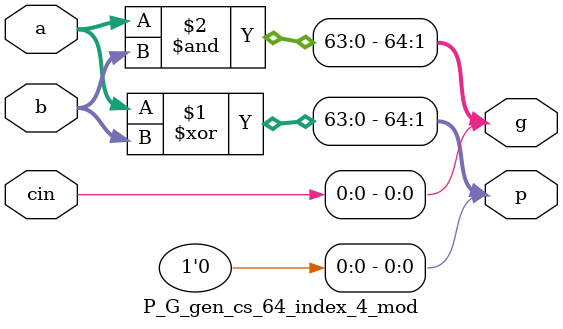
<source format=v>
/* verilator lint_off EOFNEWLINE */
/* verilator lint_off UNUSEDSIGNAL */
/* verilator lint_off UNOPTFLAT */
module CS_Index_4_mod (a,b,cin,sum,cout);

input [64:1] a,b;
input cin;
output [64:1] sum;
output cout;

wire [64:0]p;
wire [64:0]g;

P_G_gen_cs_64_index_4_mod pg_gen_cs_4_mod (a,b,cin,p,g);

//level 1
wire [31:0] gnpg_level1;
wire [31:0] pp_level1;

genvar i;
generate
     for (i = 0;i<32 ;i=i+1 ) begin
        assign gnpg_level1[i]=g[i*2+1]|p[i*2+1]&g[2*i];  // gnpg[0]=g1+p1g0  // 2
        assign pp_level1[i]=p[i*2+1]&p[i*2];              // pp[0]=p1p0
   end
endgenerate

//level 2
wire [15:0] gnpg_level2;
wire [15:0] pp_level2;
generate 
    for (i = 0;i<16 ;i=i+1 ) begin
        assign gnpg_level2[i]=gnpg_level1[i*2+1]|pp_level1[i*2+1]&gnpg_level1[i*2];  // 4 8-4 16-12 32-28 ... 
        assign pp_level2[i]=pp_level1[i*2+1]&pp_level1[i*2];
   end
endgenerate

//level 3
wire [16:1]c4n;

assign sum[1]=cin^p[1];
assign c4n[1]= gnpg_level2[0];
assign sum[4]= c4n[1]^p[4];
assign c4n[2]= gnpg_level2[1]|pp_level2[1]&c4n[1];  // 8
assign sum[8]= c4n[2]^p[8];
assign c4n[3]= gnpg_level2[2]|pp_level2[2]&c4n[2];  // 12
assign sum[12]= c4n[3]^p[12];
assign c4n[4]= gnpg_level2[3]|pp_level2[3]&c4n[3];  // 16
assign sum[16]= c4n[4]^p[16];
assign c4n[5]= gnpg_level2[4]|pp_level2[4]&c4n[4];  // 20
assign sum[20]= c4n[5]^p[20];
assign c4n[6]= gnpg_level2[5]|pp_level2[5]&c4n[5];  // 24
assign sum[24]= c4n[6]^p[24];
assign c4n[7]= gnpg_level2[6]|pp_level2[6]&c4n[6];  // 28
assign sum[28]= c4n[7]^p[28];
assign c4n[8]= gnpg_level2[7]|pp_level2[7]&c4n[7];  // 32
assign sum[32]= c4n[8]^p[32];
assign c4n[9]= gnpg_level2[8]|pp_level2[8]&c4n[8];  // 36
assign sum[36]= c4n[9]^p[36];
assign c4n[10]= gnpg_level2[9]|pp_level2[9]&c4n[9];  // 40
assign sum[40]= c4n[10]^p[40];
assign c4n[11]= gnpg_level2[10]|pp_level2[10]&c4n[10];  // 44
assign sum[44]= c4n[11]^p[44];
assign c4n[12]= gnpg_level2[11]|pp_level2[11]&c4n[11];  // 48
assign sum[48]= c4n[12]^p[48];
assign c4n[13]= gnpg_level2[12]|pp_level2[12]&c4n[12];  // 52
assign sum[52]= c4n[13]^p[52];
assign c4n[14]= gnpg_level2[13]|pp_level2[13]&c4n[13];  // 56
assign sum[56]= c4n[14]^p[56];
assign c4n[15]= gnpg_level2[14]|pp_level2[14]&c4n[14];  // 60
assign sum[60]= c4n[15]^p[60];
assign c4n[16]= gnpg_level2[15]|pp_level2[15]&c4n[15];  // 64
assign sum[64]= c4n[16]^p[64];

assign cout=g[64]|p[64]&c4n[16];
wire c2;
assign sum[2]=gnpg_level1[0]^p[2];
assign c2=g[2]|p[2]&gnpg_level1[0];
assign sum[3]=p[3]^c2;


wire tmp1,tmp2,c6,pptmp2,c5;
assign tmp1=g[4]|p[4]&c4n[1];
assign sum[5]=tmp1^p[5];
assign tmp2=g[6]|p[6]&g[5];
assign pptmp2=p[6]&p[5];
assign c5=g[5]|p[5]&tmp1;
assign sum[6]=c5^p[6];
assign c6=tmp2|pptmp2&tmp1;
assign sum[7]=p[7]^c6;

wire tmp3,tmp4,c10,pptmp4,c9;
assign tmp3=g[8]|p[8]&c4n[2];
assign sum[9]=tmp3^p[9];
assign tmp4=g[10]|p[10]&g[9];
assign pptmp4=p[10]&p[9];
assign c9=g[9]|p[9]&tmp3;
assign sum[10]=c9^p[10];
assign c10=tmp4|pptmp4&tmp3;
assign sum[11]=p[11]^c10;

wire tmp5,tmp6,c14,pptmp6,c13;
assign tmp5=g[12]|p[12]&c4n[3];
assign sum[13]=tmp5^p[13];
assign tmp6=g[14]|p[14]&g[13];
assign pptmp6=p[14]&p[13];
assign c13=g[13]|p[13]&tmp5;
assign sum[14]=c13^p[14];
assign c14=tmp6|pptmp6&tmp5;
assign sum[15]=p[15]^c14;

wire tmp7,tmp8,c18,pptmp8,c17;
assign tmp7=g[16]|p[16]&c4n[4];
assign sum[17]=tmp7^p[17];
assign tmp8=g[18]|p[18]&g[17];
assign pptmp8=p[18]&p[17];
assign c17=g[17]|p[17]&tmp7;
assign sum[18]=c17^p[18];
assign c18=tmp8|pptmp8&tmp7;
assign sum[19]=p[19]^c18;

wire tmp9,tmp10,c22,pptmp10,c21;
assign tmp9=g[20]|p[20]&c4n[5];
assign sum[21]=tmp9^p[21];
assign tmp10=g[22]|p[22]&g[21];
assign pptmp10=p[22]&p[21];
assign c21=g[21]|p[21]&tmp9;
assign sum[22]=c21^p[22];
assign c22=tmp10|pptmp10&tmp9;
assign sum[23]=p[23]^c22;

wire tmp11,tmp12,c26,pptmp12,c25;
assign tmp11=g[24]|p[24]&c4n[6];
assign sum[25]=tmp11^p[25];
assign tmp12=g[26]|p[26]&g[25];
assign pptmp12=p[26]&p[25];
assign c25=g[25]|p[25]&tmp11;
assign sum[26]=c25^p[26];
assign c26=tmp12|pptmp12&tmp11;
assign sum[27]=p[27]^c26;

wire tmp13,tmp14,c30,pptmp14,c29;
assign tmp13=g[28]|p[28]&c4n[7];
assign sum[29]=tmp13^p[29];
assign tmp14=g[30]|p[30]&g[29];
assign pptmp14=p[30]&p[29];
assign c29=g[29]|p[29]&tmp13;
assign sum[30]=c29^p[30];
assign c30=tmp14|pptmp14&tmp13;
assign sum[31]=p[31]^c30;

wire tmp15,tmp16,c34,pptmp16,c33;
assign tmp15=g[32]|p[32]&c4n[8];
assign sum[33]=tmp15^p[33];
assign tmp16=g[34]|p[34]&g[33];
assign pptmp16=p[34]&p[33];
assign c33=g[33]|p[33]&tmp15;
assign sum[34]=c33^p[34];
assign c34=tmp16|pptmp16&tmp15;
assign sum[35]=p[35]^c34;

wire tmp17,tmp18,c38,pptmp18,c37;
assign tmp17=g[36]|p[36]&c4n[9];
assign sum[37]=tmp17^p[37];
assign tmp18=g[38]|p[38]&g[37];
assign pptmp18=p[38]&p[37];
assign c37=g[37]|p[37]&tmp17;
assign sum[38]=c37^p[38];
assign c38=tmp18|pptmp18&tmp17;
assign sum[39]=p[39]^c38;

wire tmp19,tmp20,c42,pptmp20,c41;
assign tmp19=g[40]|p[40]&c4n[10];
assign sum[41]=tmp19^p[41];
assign tmp20=g[42]|p[42]&g[41];
assign pptmp20=p[42]&p[41];
assign c41=g[41]|p[41]&tmp19;
assign sum[42]=c41^p[42];
assign c42=tmp20|pptmp20&tmp19;
assign sum[43]=p[43]^c42;

wire tmp21,tmp22,c46,pptmp22,c45;
assign tmp21=g[44]|p[44]&c4n[11];
assign sum[45]=tmp21^p[45];
assign tmp22=g[46]|p[46]&g[45];
assign pptmp22=p[46]&p[45];
assign c45=g[45]|p[45]&tmp21;
assign sum[46]=c45^p[46];
assign c46=tmp22|pptmp22&tmp21;
assign sum[47]=p[47]^c46;

wire tmp23,tmp24,c50,pptmp24,c49;
assign tmp23=g[48]|p[48]&c4n[12];  
assign sum[49]=tmp23^p[49];
assign tmp24=g[50]|p[50]&g[49];
assign pptmp24=p[50]&p[49];
assign c49=g[49]|p[49]&tmp23;
assign sum[50]=c49^p[50];
assign c50=tmp24|pptmp24&tmp23;
assign sum[51]=p[51]^c50;

wire tmp25,tmp26,c54,pptmp26,c53;
assign tmp25=g[52]|p[52]&c4n[13];
assign sum[53]=tmp25^p[53];
assign tmp26=g[54]|p[54]&g[53];
assign pptmp26=p[54]&p[53];
assign c53=g[53]|p[53]&tmp25;
assign sum[54]=c53^p[54];
assign c54=tmp26|pptmp26&tmp25;
assign sum[55]=p[55]^c54;

wire tmp27,tmp28,c58,pptmp28,c57;
assign tmp27=g[56]|p[56]&c4n[14];
assign sum[57]=tmp27^p[57];
assign tmp28=g[58]|p[58]&g[57];
assign pptmp28=p[58]&p[57];
assign c57=g[57]|p[57]&tmp27;
assign sum[58]=c57^p[58];
assign c58=tmp28|pptmp28&tmp27;
assign sum[59]=p[59]^c58;

wire tmp29,tmp30,c62,pptmp30,c61;
assign tmp29=g[60]|p[60]&c4n[15];
assign sum[61]=tmp29^p[61];
assign tmp30=g[62]|p[62]&g[61];
assign pptmp30=p[62]&p[61];
assign c61=g[61]|p[61]&tmp29;
assign sum[62]=c61^p[62];
assign c62=tmp30|pptmp30&tmp29;
assign sum[63]=p[63]^c62;

endmodule
module P_G_gen_cs_64_index_4_mod (a,b,cin,p,g);
input [63:0]a;
input [63:0]b;
input cin;
output [64:0]p;
output [64:0]g;
assign g[0]=cin;
assign p[0]=0;
assign p[64:1]=a^b;
assign g[64:1]=a&b;
endmodule


</source>
